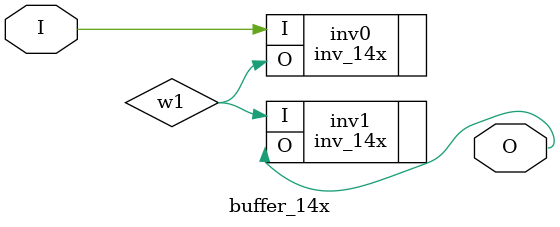
<source format=v>

module buffer_14x(I, O);
    input I;
    output wire O;

    wire w1;

    inv_14x inv0(.I(I), .O(w1));
    inv_14x inv1(.I(w1), .O(O));
endmodule
</source>
